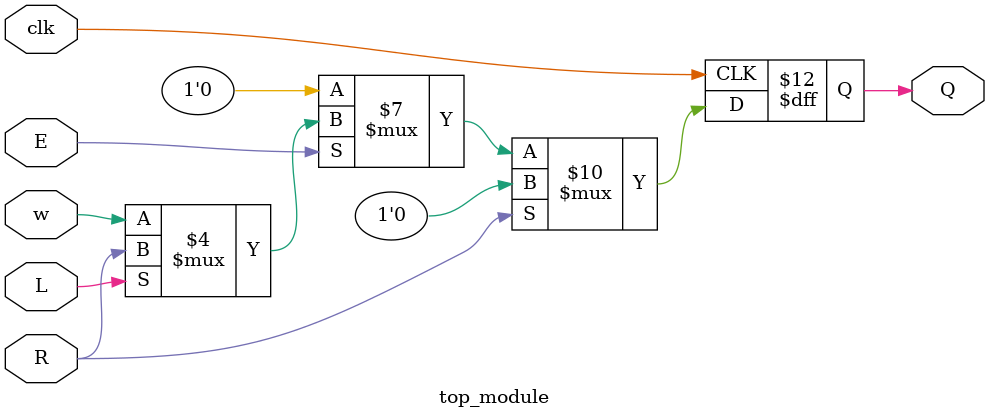
<source format=sv>
module top_module (
    input clk,
    input w,
    input R,
    input E,
    input L,
    output reg Q
);

always @(posedge clk) begin
    if (R) begin
        Q <= 0;
    end
    else if (~E) begin
        Q <= 0;
    end
    else if (L) begin
        Q <= R;
    end
    else begin
        Q <= w;
    end
end

endmodule

</source>
